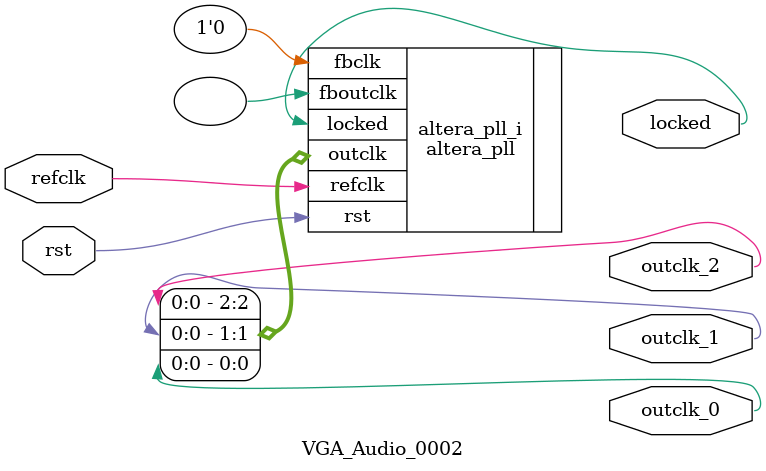
<source format=v>
`timescale 1ns/10ps
module  VGA_Audio_0002(

	// interface 'refclk'
	input wire refclk,

	// interface 'reset'
	input wire rst,

	// interface 'outclk0'
	output wire outclk_0,

	// interface 'outclk1'
	output wire outclk_1,

	// interface 'outclk2'
	output wire outclk_2,

	// interface 'locked'
	output wire locked
);

	altera_pll #(
		.fractional_vco_multiplier("false"),
		.reference_clock_frequency("50.0 MHz"),
		.operation_mode("normal"),
		.number_of_clocks(3),
		.output_clock_frequency0("25.000000 MHz"),
		.phase_shift0("0 ps"),
		.duty_cycle0(50),
		.output_clock_frequency1("18.000000 MHz"),
		.phase_shift1("0 ps"),
		.duty_cycle1(50),
		.output_clock_frequency2("25.000000 MHz"),
		.phase_shift2("30000 ps"),
		.duty_cycle2(50),
		.output_clock_frequency3("0 MHz"),
		.phase_shift3("0 ps"),
		.duty_cycle3(50),
		.output_clock_frequency4("0 MHz"),
		.phase_shift4("0 ps"),
		.duty_cycle4(50),
		.output_clock_frequency5("0 MHz"),
		.phase_shift5("0 ps"),
		.duty_cycle5(50),
		.output_clock_frequency6("0 MHz"),
		.phase_shift6("0 ps"),
		.duty_cycle6(50),
		.output_clock_frequency7("0 MHz"),
		.phase_shift7("0 ps"),
		.duty_cycle7(50),
		.output_clock_frequency8("0 MHz"),
		.phase_shift8("0 ps"),
		.duty_cycle8(50),
		.output_clock_frequency9("0 MHz"),
		.phase_shift9("0 ps"),
		.duty_cycle9(50),
		.output_clock_frequency10("0 MHz"),
		.phase_shift10("0 ps"),
		.duty_cycle10(50),
		.output_clock_frequency11("0 MHz"),
		.phase_shift11("0 ps"),
		.duty_cycle11(50),
		.output_clock_frequency12("0 MHz"),
		.phase_shift12("0 ps"),
		.duty_cycle12(50),
		.output_clock_frequency13("0 MHz"),
		.phase_shift13("0 ps"),
		.duty_cycle13(50),
		.output_clock_frequency14("0 MHz"),
		.phase_shift14("0 ps"),
		.duty_cycle14(50),
		.output_clock_frequency15("0 MHz"),
		.phase_shift15("0 ps"),
		.duty_cycle15(50),
		.output_clock_frequency16("0 MHz"),
		.phase_shift16("0 ps"),
		.duty_cycle16(50),
		.output_clock_frequency17("0 MHz"),
		.phase_shift17("0 ps"),
		.duty_cycle17(50),
		.pll_type("General"),
		.pll_subtype("General")
	) altera_pll_i (
		.rst	(rst),
		.outclk	({outclk_2, outclk_1, outclk_0}),
		.locked	(locked),
		.fboutclk	( ),
		.fbclk	(1'b0),
		.refclk	(refclk)
	);
endmodule


</source>
